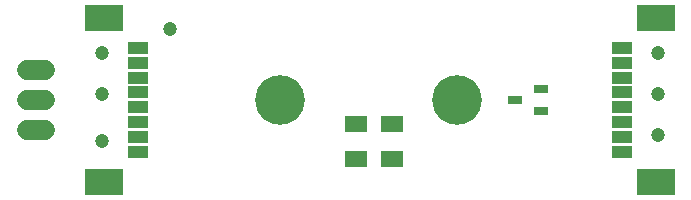
<source format=gbr>
G04 EAGLE Gerber X2 export*
%TF.Part,Single*%
%TF.FileFunction,Soldermask,Top,1*%
%TF.FilePolarity,Negative*%
%TF.GenerationSoftware,Autodesk,EAGLE,9.1.0*%
%TF.CreationDate,2020-08-17T16:38:00Z*%
G75*
%MOMM*%
%FSLAX34Y34*%
%LPD*%
%AMOC8*
5,1,8,0,0,1.08239X$1,22.5*%
G01*
%ADD10R,1.253200X0.803200*%
%ADD11R,1.803200X1.003200*%
%ADD12R,3.203200X2.303200*%
%ADD13C,1.727200*%
%ADD14R,1.883200X1.363200*%
%ADD15C,1.203200*%
%ADD16C,4.203200*%


D10*
X471000Y135500D03*
X471000Y154500D03*
X449000Y145000D03*
D11*
X539960Y101250D03*
X539960Y113750D03*
X539960Y126250D03*
X539960Y138750D03*
X539960Y151250D03*
X539960Y163750D03*
X539960Y176250D03*
X539960Y188750D03*
D12*
X568960Y214250D03*
X568960Y75750D03*
D11*
X130040Y188750D03*
X130040Y176250D03*
X130040Y163750D03*
X130040Y151250D03*
X130040Y138750D03*
X130040Y126250D03*
X130040Y113750D03*
X130040Y101250D03*
D12*
X101040Y75750D03*
X101040Y214250D03*
D13*
X51120Y119600D02*
X35880Y119600D01*
X35880Y145000D02*
X51120Y145000D01*
X51120Y170400D02*
X35880Y170400D01*
D14*
X345000Y95250D03*
X345000Y124750D03*
X315000Y124750D03*
X315000Y95250D03*
D15*
X100000Y185000D03*
X570000Y115000D03*
X100000Y110000D03*
X570000Y185000D03*
X570000Y150000D03*
X100000Y150000D03*
D16*
X250000Y145000D03*
D15*
X157500Y205000D03*
D16*
X400000Y145000D03*
M02*

</source>
